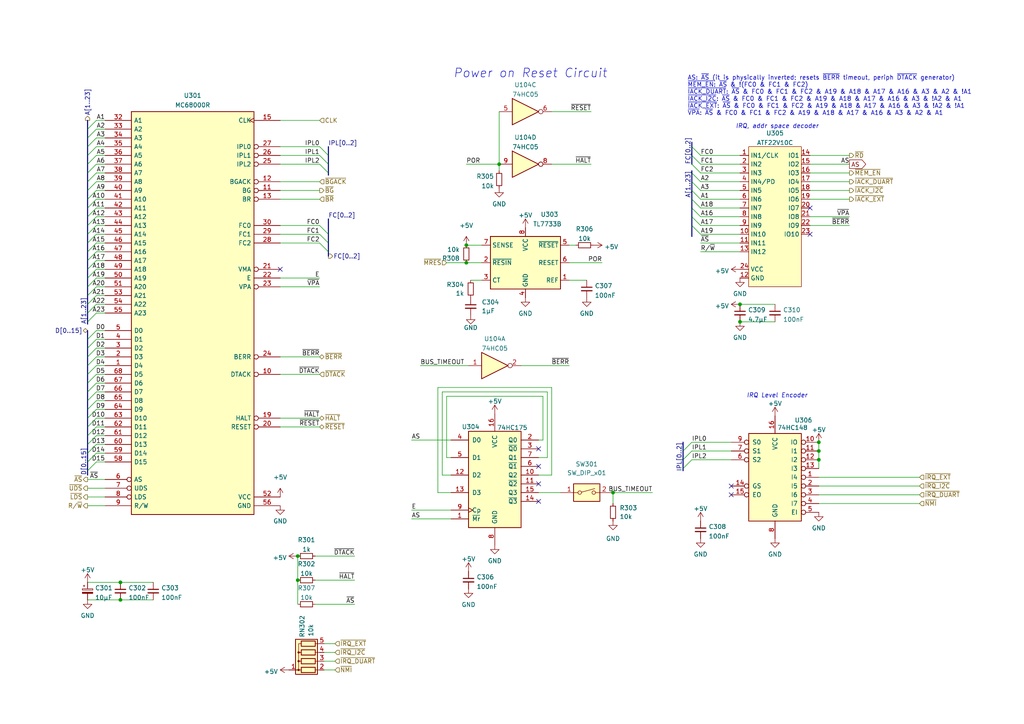
<source format=kicad_sch>
(kicad_sch (version 20211123) (generator eeschema)
  (paper "A4")
  (title_block (title "68komputer CPU Board") (date "2022-01-09") (rev "2") (company "Tristan Seifert") (comment 1 "~{MEM_EN} indicates the current CPU access (based on function codes) is for memory"))
  (lib_symbols
    (symbol "68komputer-common:ATF22V10C"
      (property "Reference" "U" (at 0 3.81 0))
      (property "Value" "ATF22V10C" (at 0 1.27 0))
      (symbol "ATF22V10C_0_1"
        (rectangle (start -7.62 0) (end 7.62 -40.64) (stroke (width 0.1524)) (fill (type background)))
      )
      (symbol "ATF22V10C_1_1"
        (pin input line (at -10.16 -2.54 0) (length 2.54) (name "IN1/CLK") (number "1"))
        (pin input line (at -10.16 -25.4 0) (length 2.54) (name "IN10") (number "10"))
        (pin input line (at -10.16 -27.94 0) (length 2.54) (name "IN11") (number "11"))
        (pin power_in line (at -10.16 -38.1 0) (length 2.54) (name "GND") (number "12"))
        (pin input line (at -10.16 -30.48 0) (length 2.54) (name "IN12") (number "13"))
        (pin bidirectional line (at 10.16 -2.54 180) (length 2.54) (name "IO1") (number "14"))
        (pin bidirectional line (at 10.16 -5.08 180) (length 2.54) (name "IO2") (number "15"))
        (pin bidirectional line (at 10.16 -7.62 180) (length 2.54) (name "IO3") (number "16"))
        (pin bidirectional line (at 10.16 -10.16 180) (length 2.54) (name "IO4") (number "17"))
        (pin bidirectional line (at 10.16 -12.7 180) (length 2.54) (name "IO5") (number "18"))
        (pin bidirectional line (at 10.16 -15.24 180) (length 2.54) (name "IO6") (number "19"))
        (pin input line (at -10.16 -5.08 0) (length 2.54) (name "IN2") (number "2"))
        (pin bidirectional line (at 10.16 -17.78 180) (length 2.54) (name "IO7") (number "20"))
        (pin bidirectional line (at 10.16 -20.32 180) (length 2.54) (name "IO8") (number "21"))
        (pin bidirectional line (at 10.16 -22.86 180) (length 2.54) (name "IO9") (number "22"))
        (pin bidirectional line (at 10.16 -25.4 180) (length 2.54) (name "IO10") (number "23"))
        (pin power_in line (at -10.16 -35.56 0) (length 2.54) (name "VCC") (number "24"))
        (pin input line (at -10.16 -7.62 0) (length 2.54) (name "IN3") (number "3"))
        (pin input line (at -10.16 -10.16 0) (length 2.54) (name "IN4/PD") (number "4"))
        (pin input line (at -10.16 -12.7 0) (length 2.54) (name "IN5") (number "5"))
        (pin input line (at -10.16 -15.24 0) (length 2.54) (name "IN6") (number "6"))
        (pin input line (at -10.16 -17.78 0) (length 2.54) (name "IN7") (number "7"))
        (pin input line (at -10.16 -20.32 0) (length 2.54) (name "IN8") (number "8"))
        (pin input line (at -10.16 -22.86 0) (length 2.54) (name "IN9") (number "9"))
      )
    )
    (symbol "68komputer-common:MC68000FN" (pin_names (offset 0.762))
      (property "Reference" "U" (at 0 62.23 0))
      (property "Value" "MC68000FN" (at 0 59.69 0))
      (symbol "MC68000FN_0_1"
        (rectangle (start -17.78 58.42) (end 17.78 -58.42) (stroke (width 0.254)) (fill (type background)))
      )
      (symbol "MC68000FN_1_1"
        (pin bidirectional line (at 25.4 -15.24 180) (length 7.62) (name "D4") (number "1"))
        (pin input inverted (at -25.4 -17.78 0) (length 7.62) (name "DTACK") (number "10"))
        (pin output inverted (at -25.4 35.56 0) (length 7.62) (name "BG") (number "11"))
        (pin input inverted (at -25.4 38.1 0) (length 7.62) (name "BGACK") (number "12"))
        (pin input inverted (at -25.4 33.02 0) (length 7.62) (name "BR") (number "13"))
        (pin power_in line (at -25.4 -53.34 0) (length 7.62) hide (name "VCC") (number "14"))
        (pin input clock (at -25.4 55.88 0) (length 7.62) (name "CLK") (number "15"))
        (pin power_in line (at -25.4 -55.88 0) (length 7.62) hide (name "GND") (number "16"))
        (pin power_in line (at -25.4 -55.88 0) (length 7.62) hide (name "GND") (number "17"))
        (pin no_connect line (at -17.78 -38.1 0) (length 0) hide (name "NC") (number "18"))
        (pin bidirectional inverted (at -25.4 -30.48 0) (length 7.62) (name "HALT") (number "19"))
        (pin bidirectional line (at 25.4 -12.7 180) (length 7.62) (name "D3") (number "2"))
        (pin input inverted (at -25.4 -33.02 0) (length 7.62) (name "RESET") (number "20"))
        (pin output inverted (at -25.4 12.7 0) (length 7.62) (name "VMA") (number "21"))
        (pin output line (at -25.4 10.16 0) (length 7.62) (name "E") (number "22"))
        (pin input inverted (at -25.4 7.62 0) (length 7.62) (name "VPA") (number "23"))
        (pin input inverted (at -25.4 -12.7 0) (length 7.62) (name "BERR") (number "24"))
        (pin input inverted (at -25.4 43.18 0) (length 7.62) (name "IPL2") (number "25"))
        (pin input inverted (at -25.4 45.72 0) (length 7.62) (name "IPL1") (number "26"))
        (pin input inverted (at -25.4 48.26 0) (length 7.62) (name "IPL0") (number "27"))
        (pin tri_state line (at -25.4 20.32 0) (length 7.62) (name "FC2") (number "28"))
        (pin tri_state line (at -25.4 22.86 0) (length 7.62) (name "FC1") (number "29"))
        (pin bidirectional line (at 25.4 -10.16 180) (length 7.62) (name "D2") (number "3"))
        (pin tri_state line (at -25.4 25.4 0) (length 7.62) (name "FC0") (number "30"))
        (pin no_connect line (at -17.78 -40.64 0) (length 0) hide (name "NC") (number "31"))
        (pin tri_state line (at 25.4 55.88 180) (length 7.62) (name "A1") (number "32"))
        (pin tri_state line (at 25.4 53.34 180) (length 7.62) (name "A2") (number "33"))
        (pin tri_state line (at 25.4 50.8 180) (length 7.62) (name "A3") (number "34"))
        (pin tri_state line (at 25.4 48.26 180) (length 7.62) (name "A4") (number "35"))
        (pin tri_state line (at 25.4 45.72 180) (length 7.62) (name "A5") (number "36"))
        (pin tri_state line (at 25.4 43.18 180) (length 7.62) (name "A6") (number "37"))
        (pin tri_state line (at 25.4 40.64 180) (length 7.62) (name "A7") (number "38"))
        (pin tri_state line (at 25.4 38.1 180) (length 7.62) (name "A8") (number "39"))
        (pin bidirectional line (at 25.4 -7.62 180) (length 7.62) (name "D1") (number "4"))
        (pin tri_state line (at 25.4 35.56 180) (length 7.62) (name "A9") (number "40"))
        (pin tri_state line (at 25.4 33.02 180) (length 7.62) (name "A10") (number "41"))
        (pin tri_state line (at 25.4 30.48 180) (length 7.62) (name "A11") (number "42"))
        (pin tri_state line (at 25.4 27.94 180) (length 7.62) (name "A12") (number "43"))
        (pin tri_state line (at 25.4 25.4 180) (length 7.62) (name "A13") (number "44"))
        (pin tri_state line (at 25.4 22.86 180) (length 7.62) (name "A14") (number "45"))
        (pin tri_state line (at 25.4 20.32 180) (length 7.62) (name "A15") (number "46"))
        (pin tri_state line (at 25.4 17.78 180) (length 7.62) (name "A16") (number "47"))
        (pin tri_state line (at 25.4 15.24 180) (length 7.62) (name "A17") (number "48"))
        (pin tri_state line (at 25.4 12.7 180) (length 7.62) (name "A18") (number "49"))
        (pin bidirectional line (at 25.4 -5.08 180) (length 7.62) (name "D0") (number "5"))
        (pin tri_state line (at 25.4 10.16 180) (length 7.62) (name "A19") (number "50"))
        (pin tri_state line (at 25.4 7.62 180) (length 7.62) (name "A20") (number "51"))
        (pin power_in line (at -25.4 -53.34 0) (length 7.62) (name "VCC") (number "52"))
        (pin tri_state line (at 25.4 5.08 180) (length 7.62) (name "A21") (number "53"))
        (pin tri_state line (at 25.4 2.54 180) (length 7.62) (name "A22") (number "54"))
        (pin tri_state line (at 25.4 0 180) (length 7.62) (name "A23") (number "55"))
        (pin power_in line (at -25.4 -55.88 0) (length 7.62) (name "GND") (number "56"))
        (pin power_in line (at -25.4 -55.88 0) (length 7.62) hide (name "GND") (number "57"))
        (pin bidirectional line (at 25.4 -43.18 180) (length 7.62) (name "D15") (number "58"))
        (pin bidirectional line (at 25.4 -40.64 180) (length 7.62) (name "D14") (number "59"))
        (pin tri_state inverted (at 25.4 -48.26 180) (length 7.62) (name "AS") (number "6"))
        (pin bidirectional line (at 25.4 -38.1 180) (length 7.62) (name "D13") (number "60"))
        (pin bidirectional line (at 25.4 -35.56 180) (length 7.62) (name "D12") (number "61"))
        (pin bidirectional line (at 25.4 -33.02 180) (length 7.62) (name "D11") (number "62"))
        (pin bidirectional line (at 25.4 -30.48 180) (length 7.62) (name "D10") (number "63"))
        (pin bidirectional line (at 25.4 -27.94 180) (length 7.62) (name "D9") (number "64"))
        (pin bidirectional line (at 25.4 -25.4 180) (length 7.62) (name "D8") (number "65"))
        (pin bidirectional line (at 25.4 -22.86 180) (length 7.62) (name "D7") (number "66"))
        (pin bidirectional line (at 25.4 -20.32 180) (length 7.62) (name "D6") (number "67"))
        (pin bidirectional line (at 25.4 -17.78 180) (length 7.62) (name "D5") (number "68"))
        (pin tri_state inverted (at 25.4 -50.8 180) (length 7.62) (name "UDS") (number "7"))
        (pin tri_state inverted (at 25.4 -53.34 180) (length 7.62) (name "LDS") (number "8"))
        (pin tri_state line (at 25.4 -55.88 180) (length 7.62) (name "R/W") (number "9"))
      )
    )
    (symbol "74xx:74LS05" (pin_names (offset 1.016))
      (property "Reference" "U" (at 0 1.27 0))
      (property "Value" "74LS05" (at 0 -1.27 0))
      (symbol "74LS05_1_0"
        (polyline (pts (xy -3.81 3.81) (xy -3.81 -3.81) (xy 3.81 0) (xy -3.81 3.81)) (stroke (width 0.254)) (fill (type background)))
        (pin input line (at -7.62 0 0) (length 3.81) (name "~") (number "1"))
        (pin open_collector inverted (at 7.62 0 180) (length 3.81) (name "~") (number "2"))
      )
      (symbol "74LS05_2_0"
        (polyline (pts (xy -3.81 3.81) (xy -3.81 -3.81) (xy 3.81 0) (xy -3.81 3.81)) (stroke (width 0.254)) (fill (type background)))
        (pin input line (at -7.62 0 0) (length 3.81) (name "~") (number "3"))
        (pin open_collector inverted (at 7.62 0 180) (length 3.81) (name "~") (number "4"))
      )
      (symbol "74LS05_3_0"
        (polyline (pts (xy -3.81 3.81) (xy -3.81 -3.81) (xy 3.81 0) (xy -3.81 3.81)) (stroke (width 0.254)) (fill (type background)))
        (pin input line (at -7.62 0 0) (length 3.81) (name "~") (number "5"))
        (pin open_collector inverted (at 7.62 0 180) (length 3.81) (name "~") (number "6"))
      )
      (symbol "74LS05_4_0"
        (polyline (pts (xy -3.81 3.81) (xy -3.81 -3.81) (xy 3.81 0) (xy -3.81 3.81)) (stroke (width 0.254)) (fill (type background)))
        (pin open_collector inverted (at 7.62 0 180) (length 3.81) (name "~") (number "8"))
        (pin input line (at -7.62 0 0) (length 3.81) (name "~") (number "9"))
      )
      (symbol "74LS05_5_0"
        (polyline (pts (xy -3.81 3.81) (xy -3.81 -3.81) (xy 3.81 0) (xy -3.81 3.81)) (stroke (width 0.254)) (fill (type background)))
        (pin open_collector inverted (at 7.62 0 180) (length 3.81) (name "~") (number "10"))
        (pin input line (at -7.62 0 0) (length 3.81) (name "~") (number "11"))
      )
      (symbol "74LS05_6_0"
        (polyline (pts (xy -3.81 3.81) (xy -3.81 -3.81) (xy 3.81 0) (xy -3.81 3.81)) (stroke (width 0.254)) (fill (type background)))
        (pin open_collector inverted (at 7.62 0 180) (length 3.81) (name "~") (number "12"))
        (pin input line (at -7.62 0 0) (length 3.81) (name "~") (number "13"))
      )
      (symbol "74LS05_7_0"
        (pin power_in line (at 0 12.7 270) (length 5.08) (name "VCC") (number "14"))
        (pin power_in line (at 0 -12.7 90) (length 5.08) (name "GND") (number "7"))
      )
      (symbol "74LS05_7_1"
        (rectangle (start -5.08 7.62) (end 5.08 -7.62) (stroke (width 0.254)) (fill (type background)))
      )
    )
    (symbol "74xx:74LS148" (pin_names (offset 1.016))
      (property "Reference" "U" (at -7.62 13.97 0))
      (property "Value" "74LS148" (at -7.62 -13.97 0))
      (symbol "74LS148_1_0"
        (pin input inverted (at -12.7 0 0) (length 5.08) (name "I4") (number "1"))
        (pin input inverted (at -12.7 10.16 0) (length 5.08) (name "IO") (number "10"))
        (pin input inverted (at -12.7 7.62 0) (length 5.08) (name "I1") (number "11"))
        (pin input inverted (at -12.7 5.08 0) (length 5.08) (name "I2") (number "12"))
        (pin input inverted (at -12.7 2.54 0) (length 5.08) (name "I3") (number "13"))
        (pin output inverted (at 12.7 -2.54 180) (length 5.08) (name "GS") (number "14"))
        (pin output inverted (at 12.7 -5.08 180) (length 5.08) (name "EO") (number "15"))
        (pin power_in line (at 0 17.78 270) (length 5.08) (name "VCC") (number "16"))
        (pin input inverted (at -12.7 -2.54 0) (length 5.08) (name "I5") (number "2"))
        (pin input inverted (at -12.7 -5.08 0) (length 5.08) (name "I6") (number "3"))
        (pin input inverted (at -12.7 -7.62 0) (length 5.08) (name "I7") (number "4"))
        (pin input inverted (at -12.7 -10.16 0) (length 5.08) (name "EI") (number "5"))
        (pin output inverted (at 12.7 5.08 180) (length 5.08) (name "S2") (number "6"))
        (pin output inverted (at 12.7 7.62 180) (length 5.08) (name "S1") (number "7"))
        (pin power_in line (at 0 -17.78 90) (length 5.08) (name "GND") (number "8"))
        (pin output inverted (at 12.7 10.16 180) (length 5.08) (name "S0") (number "9"))
      )
      (symbol "74LS148_1_1"
        (rectangle (start -7.62 12.7) (end 7.62 -12.7) (stroke (width 0.254)) (fill (type background)))
      )
    )
    (symbol "74xx:74LS175" (pin_names (offset 1.016))
      (property "Reference" "U" (at -7.62 13.97 0))
      (property "Value" "74LS175" (at -7.62 -16.51 0))
      (symbol "74LS175_1_0"
        (pin input line (at -12.7 -12.7 0) (length 5.08) (name "~{Mr}") (number "1"))
        (pin output line (at 12.7 0 180) (length 5.08) (name "Q2") (number "10"))
        (pin output line (at 12.7 -2.54 180) (length 5.08) (name "~{Q2}") (number "11"))
        (pin input line (at -12.7 0 0) (length 5.08) (name "D2") (number "12"))
        (pin input line (at -12.7 -5.08 0) (length 5.08) (name "D3") (number "13"))
        (pin output line (at 12.7 -7.62 180) (length 5.08) (name "~{Q3}") (number "14"))
        (pin output line (at 12.7 -5.08 180) (length 5.08) (name "Q3") (number "15"))
        (pin power_in line (at 0 17.78 270) (length 5.08) (name "VCC") (number "16"))
        (pin output line (at 12.7 10.16 180) (length 5.08) (name "Q0") (number "2"))
        (pin output line (at 12.7 7.62 180) (length 5.08) (name "~{Q0}") (number "3"))
        (pin input line (at -12.7 10.16 0) (length 5.08) (name "D0") (number "4"))
        (pin input line (at -12.7 5.08 0) (length 5.08) (name "D1") (number "5"))
        (pin output line (at 12.7 2.54 180) (length 5.08) (name "~{Q1}") (number "6"))
        (pin output line (at 12.7 5.08 180) (length 5.08) (name "Q1") (number "7"))
        (pin power_in line (at 0 -20.32 90) (length 5.08) (name "GND") (number "8"))
        (pin input clock (at -12.7 -10.16 0) (length 5.08) (name "Cp") (number "9"))
      )
      (symbol "74LS175_1_1"
        (rectangle (start -7.62 12.7) (end 7.62 -15.24) (stroke (width 0.254)) (fill (type background)))
      )
    )
    (symbol "Device:C_Polarized_Small" (pin_numbers hide) (pin_names (offset 0.254) hide)
      (property "Reference" "C" (at 0.254 1.778 0))
      (property "Value" "C_Polarized_Small" (at 0.254 -2.032 0))
      (symbol "C_Polarized_Small_0_1"
        (rectangle (start -1.524 -0.3048) (end 1.524 -0.6858) (fill (type outline)))
        (rectangle (start -1.524 0.6858) (end 1.524 0.3048))
        (polyline (pts (xy -1.27 1.524) (xy -0.762 1.524)))
        (polyline (pts (xy -1.016 1.27) (xy -1.016 1.778)))
      )
      (symbol "C_Polarized_Small_1_1"
        (pin passive line (at 0 2.54 270) (length 1.8542) (name "~") (number "1"))
        (pin passive line (at 0 -2.54 90) (length 1.8542) (name "~") (number "2"))
      )
    )
    (symbol "Device:C_Small" (pin_numbers hide) (pin_names (offset 0.254) hide)
      (property "Reference" "C" (at 0.254 1.778 0))
      (property "Value" "C_Small" (at 0.254 -2.032 0))
      (symbol "C_Small_0_1"
        (polyline (pts (xy -1.524 -0.508) (xy 1.524 -0.508)) (stroke (width 0.3302)))
        (polyline (pts (xy -1.524 0.508) (xy 1.524 0.508)) (stroke (width 0.3048)))
      )
      (symbol "C_Small_1_1"
        (pin passive line (at 0 2.54 270) (length 2.032) (name "~") (number "1"))
        (pin passive line (at 0 -2.54 90) (length 2.032) (name "~") (number "2"))
      )
    )
    (symbol "Device:R_Network04" (pin_names (offset 0) hide)
      (property "Reference" "RN" (at -7.62 0 90))
      (property "Value" "R_Network04" (at 5.08 0 90))
      (symbol "R_Network04_0_1"
        (rectangle (start -6.35 -3.175) (end 3.81 3.175) (stroke (width 0.254)) (fill (type background)))
        (rectangle (start -5.842 1.524) (end -4.318 -2.54) (stroke (width 0.254)))
        (circle (center -5.08 2.286) (radius 0.254) (fill (type outline)))
        (rectangle (start -3.302 1.524) (end -1.778 -2.54) (stroke (width 0.254)))
        (circle (center -2.54 2.286) (radius 0.254) (fill (type outline)))
        (rectangle (start -0.762 1.524) (end 0.762 -2.54) (stroke (width 0.254)))
        (polyline (pts (xy -5.08 -2.54) (xy -5.08 -3.81)))
        (polyline (pts (xy -2.54 -2.54) (xy -2.54 -3.81)))
        (polyline (pts (xy 0 -2.54) (xy 0 -3.81)))
        (polyline (pts (xy 2.54 -2.54) (xy 2.54 -3.81)))
        (polyline (pts (xy -5.08 1.524) (xy -5.08 2.286) (xy -2.54 2.286) (xy -2.54 1.524)))
        (polyline (pts (xy -2.54 1.524) (xy -2.54 2.286) (xy 0 2.286) (xy 0 1.524)))
        (polyline (pts (xy 0 1.524) (xy 0 2.286) (xy 2.54 2.286) (xy 2.54 1.524)))
        (circle (center 0 2.286) (radius 0.254) (fill (type outline)))
        (rectangle (start 1.778 1.524) (end 3.302 -2.54) (stroke (width 0.254)))
      )
      (symbol "R_Network04_1_1"
        (pin passive line (at -5.08 5.08 270) (length 2.54) (name "common") (number "1"))
        (pin passive line (at -5.08 -5.08 90) (length 1.27) (name "R1") (number "2"))
        (pin passive line (at -2.54 -5.08 90) (length 1.27) (name "R2") (number "3"))
        (pin passive line (at 0 -5.08 90) (length 1.27) (name "R3") (number "4"))
        (pin passive line (at 2.54 -5.08 90) (length 1.27) (name "R4") (number "5"))
      )
    )
    (symbol "Device:R_Small" (pin_numbers hide) (pin_names (offset 0.254) hide)
      (property "Reference" "R" (at 0.762 0.508 0))
      (property "Value" "R_Small" (at 0.762 -1.016 0))
      (symbol "R_Small_0_1"
        (rectangle (start -0.762 1.778) (end 0.762 -1.778) (stroke (width 0.2032)))
      )
      (symbol "R_Small_1_1"
        (pin passive line (at 0 2.54 270) (length 0.762) (name "~") (number "1"))
        (pin passive line (at 0 -2.54 90) (length 0.762) (name "~") (number "2"))
      )
    )
    (symbol "Power_Supervisor:TL7733B"
      (property "Reference" "U" (at -8.89 8.89 0))
      (property "Value" "TL7733B" (at 10.16 8.89 0))
      (symbol "TL7733B_0_1"
        (rectangle (start -10.16 7.62) (end 10.16 -7.62) (stroke (width 0.254)) (fill (type background)))
      )
      (symbol "TL7733B_1_1"
        (pin output line (at 12.7 -5.08 180) (length 2.54) (name "REF") (number "1"))
        (pin input line (at -12.7 0 0) (length 2.54) (name "~{RESIN}") (number "2"))
        (pin passive line (at -12.7 -5.08 0) (length 2.54) (name "CT") (number "3"))
        (pin power_in line (at 0 -10.16 90) (length 2.54) (name "GND") (number "4"))
        (pin open_collector line (at 12.7 5.08 180) (length 2.54) (name "~{RESET}") (number "5"))
        (pin open_collector line (at 12.7 0 180) (length 2.54) (name "RESET") (number "6"))
        (pin input line (at -12.7 5.08 0) (length 2.54) (name "SENSE") (number "7"))
        (pin power_in line (at 0 10.16 270) (length 2.54) (name "VCC") (number "8"))
      )
    )
    (symbol "Switch:SW_DIP_x01" (pin_names (offset 0) hide)
      (property "Reference" "SW" (at 0 3.81 0))
      (property "Value" "SW_DIP_x01" (at 0 -3.81 0))
      (symbol "SW_DIP_x01_0_0"
        (circle (center -2.032 0) (radius 0.508))
        (polyline (pts (xy -1.524 0.127) (xy 2.3622 1.1684)))
        (circle (center 2.032 0) (radius 0.508))
      )
      (symbol "SW_DIP_x01_0_1"
        (rectangle (start -3.81 2.54) (end 3.81 -2.54) (stroke (width 0.254)) (fill (type background)))
      )
      (symbol "SW_DIP_x01_1_1"
        (pin passive line (at -7.62 0 0) (length 5.08) (name "~") (number "1"))
        (pin passive line (at 7.62 0 180) (length 5.08) (name "~") (number "2"))
      )
    )
    (symbol "power:+5V" (power) (pin_names (offset 0))
      (property "Value" "+5V" (at 0 3.556 0))
      (symbol "+5V_0_1"
        (polyline (pts (xy -0.762 1.27) (xy 0 2.54)))
        (polyline (pts (xy 0 0) (xy 0 2.54)))
        (polyline (pts (xy 0 2.54) (xy 0.762 1.27)))
      )
      (symbol "+5V_1_1"
        (pin power_in line (at 0 0 90) (length 0) hide (name "+5V") (number "1"))
      )
    )
    (symbol "power:GND" (power) (pin_names (offset 0))
      (property "Value" "GND" (at 0 -3.81 0))
      (symbol "GND_0_1"
        (polyline (pts (xy 0 0) (xy 0 -1.27) (xy 1.27 -1.27) (xy 0 -2.54) (xy -1.27 -1.27) (xy 0 -1.27)))
      )
      (symbol "GND_1_1"
        (pin power_in line (at 0 0 270) (length 0) hide (name "GND") (number "1"))
      )
    )
  )
  (junction (at 135.255 76.2))
  (junction (at 237.49 130.81))
  (junction (at 237.49 133.35))
  (junction (at 237.49 128.27))
  (junction (at 135.255 71.12))
  (junction (at 34.925 173.99))
  (junction (at 214.63 88.265))
  (junction (at 86.36 161.29))
  (junction (at 214.63 93.345))
  (junction (at 34.925 168.91))
  (junction (at 86.36 168.275))
  (junction (at 177.8 142.875))
  (junction (at 144.78 47.625))
  (no_connect (at 156.21 140.335))
  (no_connect (at 156.21 135.255))
  (no_connect (at 156.21 130.175))
  (no_connect (at 156.21 145.415))
  (no_connect (at 234.95 67.945))
  (no_connect (at 212.09 143.51))
  (no_connect (at 212.09 140.97))
  (no_connect (at 234.95 60.325))
  (no_connect (at 81.28 78.105))
  (bus_entry (at 200.66 55.245) (size 2.54 2.54))
  (bus_entry (at 25.4 60.325) (size 2.54 -2.54))
  (bus_entry (at 25.4 98.425) (size 2.54 -2.54))
  (bus_entry (at 200.66 128.27) (size -2.54 2.54))
  (bus_entry (at 25.4 47.625) (size 2.54 -2.54))
  (bus_entry (at 25.4 103.505) (size 2.54 -2.54))
  (bus_entry (at 200.66 130.81) (size -2.54 2.54))
  (bus_entry (at 25.4 113.665) (size 2.54 -2.54))
  (bus_entry (at 25.4 70.485) (size 2.54 -2.54))
  (bus_entry (at 25.4 136.525) (size 2.54 -2.54))
  (bus_entry (at 25.4 116.205) (size 2.54 -2.54))
  (bus_entry (at 25.4 133.985) (size 2.54 -2.54))
  (bus_entry (at 200.66 60.325) (size 2.54 2.54))
  (bus_entry (at 25.4 123.825) (size 2.54 -2.54))
  (bus_entry (at 200.66 52.705) (size 2.54 2.54))
  (bus_entry (at 200.66 45.085) (size 2.54 2.54))
  (bus_entry (at 200.66 47.625) (size 2.54 2.54))
  (bus_entry (at 200.66 42.545) (size 2.54 2.54))
  (bus_entry (at 25.4 88.265) (size 2.54 -2.54))
  (bus_entry (at 25.4 52.705) (size 2.54 -2.54))
  (bus_entry (at 200.66 65.405) (size 2.54 2.54))
  (bus_entry (at 25.4 93.345) (size 2.54 -2.54))
  (bus_entry (at 25.4 50.165) (size 2.54 -2.54))
  (bus_entry (at 25.4 62.865) (size 2.54 -2.54))
  (bus_entry (at 25.4 131.445) (size 2.54 -2.54))
  (bus_entry (at 25.4 78.105) (size 2.54 -2.54))
  (bus_entry (at 92.71 67.945) (size 2.54 2.54))
  (bus_entry (at 92.71 70.485) (size 2.54 2.54))
  (bus_entry (at 92.71 65.405) (size 2.54 2.54))
  (bus_entry (at 25.4 67.945) (size 2.54 -2.54))
  (bus_entry (at 25.4 73.025) (size 2.54 -2.54))
  (bus_entry (at 25.4 65.405) (size 2.54 -2.54))
  (bus_entry (at 25.4 57.785) (size 2.54 -2.54))
  (bus_entry (at 25.4 85.725) (size 2.54 -2.54))
  (bus_entry (at 25.4 121.285) (size 2.54 -2.54))
  (bus_entry (at 25.4 111.125) (size 2.54 -2.54))
  (bus_entry (at 25.4 108.585) (size 2.54 -2.54))
  (bus_entry (at 25.4 118.745) (size 2.54 -2.54))
  (bus_entry (at 25.4 90.805) (size 2.54 -2.54))
  (bus_entry (at 25.4 45.085) (size 2.54 -2.54))
  (bus_entry (at 25.4 106.045) (size 2.54 -2.54))
  (bus_entry (at 200.66 133.35) (size -2.54 2.54))
  (bus_entry (at 200.66 62.865) (size 2.54 2.54))
  (bus_entry (at 25.4 83.185) (size 2.54 -2.54))
  (bus_entry (at 25.4 55.245) (size 2.54 -2.54))
  (bus_entry (at 25.4 100.965) (size 2.54 -2.54))
  (bus_entry (at 25.4 126.365) (size 2.54 -2.54))
  (bus_entry (at 25.4 80.645) (size 2.54 -2.54))
  (bus_entry (at 92.71 47.625) (size 2.54 2.54))
  (bus_entry (at 92.71 42.545) (size 2.54 2.54))
  (bus_entry (at 92.71 45.085) (size 2.54 2.54))
  (bus_entry (at 25.4 40.005) (size 2.54 -2.54))
  (bus_entry (at 25.4 42.545) (size 2.54 -2.54))
  (bus_entry (at 25.4 37.465) (size 2.54 -2.54))
  (bus_entry (at 25.4 75.565) (size 2.54 -2.54))
  (bus_entry (at 25.4 128.905) (size 2.54 -2.54))
  (bus_entry (at 200.66 50.165) (size 2.54 2.54))
  (bus_entry (at 200.66 57.785) (size 2.54 2.54))
  (wire (pts (xy 81.28 108.585) (xy 92.71 108.585)))
  (wire (pts (xy 129.54 76.2) (xy 135.255 76.2)))
  (wire (pts (xy 234.95 62.865) (xy 246.38 62.865)))
  (wire (pts (xy 234.95 57.785) (xy 246.38 57.785)))
  (wire (pts (xy 81.28 70.485) (xy 92.71 70.485)))
  (wire (pts (xy 237.49 138.43) (xy 266.7 138.43)))
  (wire (pts (xy 27.94 133.985) (xy 30.48 133.985)))
  (wire (pts (xy 27.94 126.365) (xy 30.48 126.365)))
  (bus (pts (xy 200.66 45.085) (xy 200.66 47.625)))
  (wire (pts (xy 27.94 40.005) (xy 30.48 40.005)))
  (bus (pts (xy 198.12 130.81) (xy 198.12 133.35)))
  (bus (pts (xy 198.12 135.89) (xy 198.12 136.525)))
  (bus (pts (xy 198.12 133.35) (xy 198.12 135.89)))
  (bus (pts (xy 198.12 128.27) (xy 198.12 130.81)))
  (wire (pts (xy 177.8 142.875) (xy 189.23 142.875)))
  (wire (pts (xy 234.95 55.245) (xy 246.38 55.245)))
  (wire (pts (xy 91.44 168.275) (xy 102.87 168.275)))
  (wire (pts (xy 27.94 75.565) (xy 30.48 75.565)))
  (wire (pts (xy 203.2 57.785) (xy 214.63 57.785)))
  (wire (pts (xy 119.38 127.635) (xy 130.81 127.635)))
  (bus (pts (xy 95.25 47.625) (xy 95.25 50.165)))
  (bus (pts (xy 95.25 45.085) (xy 95.25 47.625)))
  (bus (pts (xy 95.25 50.165) (xy 95.25 50.8)))
  (bus (pts (xy 95.25 42.545) (xy 95.25 45.085)))
  (bus (pts (xy 25.4 75.565) (xy 25.4 78.105)))
  (bus (pts (xy 25.4 73.025) (xy 25.4 75.565)))
  (bus (pts (xy 25.4 62.865) (xy 25.4 65.405)))
  (bus (pts (xy 25.4 60.325) (xy 25.4 62.865)))
  (bus (pts (xy 25.4 70.485) (xy 25.4 73.025)))
  (bus (pts (xy 25.4 67.945) (xy 25.4 70.485)))
  (bus (pts (xy 25.4 65.405) (xy 25.4 67.945)))
  (bus (pts (xy 25.4 34.925) (xy 25.4 37.465)))
  (bus (pts (xy 25.4 55.245) (xy 25.4 57.785)))
  (bus (pts (xy 25.4 52.705) (xy 25.4 55.245)))
  (bus (pts (xy 25.4 40.005) (xy 25.4 42.545)))
  (bus (pts (xy 25.4 37.465) (xy 25.4 40.005)))
  (bus (pts (xy 25.4 42.545) (xy 25.4 45.085)))
  (bus (pts (xy 25.4 45.085) (xy 25.4 47.625)))
  (bus (pts (xy 25.4 57.785) (xy 25.4 60.325)))
  (bus (pts (xy 25.4 50.165) (xy 25.4 52.705)))
  (bus (pts (xy 25.4 47.625) (xy 25.4 50.165)))
  (bus (pts (xy 25.4 88.265) (xy 25.4 90.805)))
  (bus (pts (xy 25.4 85.725) (xy 25.4 88.265)))
  (bus (pts (xy 25.4 78.105) (xy 25.4 80.645)))
  (bus (pts (xy 25.4 80.645) (xy 25.4 83.185)))
  (bus (pts (xy 25.4 90.805) (xy 25.4 93.345)))
  (bus (pts (xy 25.4 93.345) (xy 25.4 93.98)))
  (bus (pts (xy 25.4 83.185) (xy 25.4 85.725)))
  (wire (pts (xy 81.28 121.285) (xy 92.71 121.285)))
  (wire (pts (xy 27.94 67.945) (xy 30.48 67.945)))
  (bus (pts (xy 200.66 55.245) (xy 200.66 57.785)))
  (bus (pts (xy 200.66 57.785) (xy 200.66 60.325)))
  (bus (pts (xy 200.66 52.705) (xy 200.66 55.245)))
  (bus (pts (xy 200.66 50.165) (xy 200.66 52.705)))
  (bus (pts (xy 200.66 65.405) (xy 200.66 68.58)))
  (bus (pts (xy 200.66 62.865) (xy 200.66 65.405)))
  (bus (pts (xy 200.66 60.325) (xy 200.66 62.865)))
  (wire (pts (xy 27.94 47.625) (xy 30.48 47.625)))
  (wire (pts (xy 203.2 62.865) (xy 214.63 62.865)))
  (wire (pts (xy 27.94 121.285) (xy 30.48 121.285)))
  (wire (pts (xy 27.94 118.745) (xy 30.48 118.745)))
  (wire (pts (xy 27.94 106.045) (xy 30.48 106.045)))
  (wire (pts (xy 135.255 71.12) (xy 139.7 71.12)))
  (wire (pts (xy 27.94 83.185) (xy 30.48 83.185)))
  (wire (pts (xy 177.8 142.875) (xy 177.8 146.05)))
  (wire (pts (xy 25.4 139.065) (xy 30.48 139.065)))
  (wire (pts (xy 81.28 57.785) (xy 92.71 57.785)))
  (wire (pts (xy 234.95 65.405) (xy 246.38 65.405)))
  (bus (pts (xy 25.4 98.425) (xy 25.4 100.965)))
  (bus (pts (xy 25.4 100.965) (xy 25.4 103.505)))
  (bus (pts (xy 25.4 103.505) (xy 25.4 106.045)))
  (bus (pts (xy 25.4 113.665) (xy 25.4 116.205)))
  (bus (pts (xy 25.4 111.125) (xy 25.4 113.665)))
  (bus (pts (xy 25.4 106.045) (xy 25.4 108.585)))
  (bus (pts (xy 25.4 108.585) (xy 25.4 111.125)))
  (bus (pts (xy 25.4 95.885) (xy 25.4 98.425)))
  (bus (pts (xy 25.4 136.525) (xy 25.4 137.795)))
  (bus (pts (xy 25.4 133.985) (xy 25.4 136.525)))
  (bus (pts (xy 25.4 131.445) (xy 25.4 133.985)))
  (bus (pts (xy 25.4 128.905) (xy 25.4 131.445)))
  (bus (pts (xy 25.4 116.205) (xy 25.4 118.745)))
  (bus (pts (xy 25.4 118.745) (xy 25.4 121.285)))
  (bus (pts (xy 25.4 121.285) (xy 25.4 123.825)))
  (bus (pts (xy 25.4 123.825) (xy 25.4 126.365)))
  (bus (pts (xy 25.4 126.365) (xy 25.4 128.905)))
  (wire (pts (xy 93.98 194.31) (xy 97.155 194.31)))
  (wire (pts (xy 27.94 85.725) (xy 30.48 85.725)))
  (wire (pts (xy 212.09 130.81) (xy 200.66 130.81)))
  (wire (pts (xy 27.94 103.505) (xy 30.48 103.505)))
  (wire (pts (xy 27.94 52.705) (xy 30.48 52.705)))
  (wire (pts (xy 234.95 47.625) (xy 246.38 47.625)))
  (wire (pts (xy 91.44 175.26) (xy 102.87 175.26)))
  (wire (pts (xy 27.94 111.125) (xy 30.48 111.125)))
  (wire (pts (xy 81.28 80.645) (xy 92.71 80.645)))
  (wire (pts (xy 27.94 50.165) (xy 30.48 50.165)))
  (wire (pts (xy 27.94 88.265) (xy 30.48 88.265)))
  (wire (pts (xy 237.49 146.05) (xy 266.7 146.05)))
  (wire (pts (xy 27.94 78.105) (xy 30.48 78.105)))
  (wire (pts (xy 27.94 42.545) (xy 30.48 42.545)))
  (wire (pts (xy 203.2 45.085) (xy 214.63 45.085)))
  (bus (pts (xy 200.66 42.545) (xy 200.66 45.085)))
  (wire (pts (xy 203.2 73.025) (xy 214.63 73.025)))
  (wire (pts (xy 119.38 147.955) (xy 130.81 147.955)))
  (wire (pts (xy 27.94 34.925) (xy 30.48 34.925)))
  (wire (pts (xy 27.94 55.245) (xy 30.48 55.245)))
  (wire (pts (xy 93.98 191.77) (xy 97.155 191.77)))
  (wire (pts (xy 81.28 42.545) (xy 92.71 42.545)))
  (wire (pts (xy 27.94 128.905) (xy 30.48 128.905)))
  (wire (pts (xy 160.02 32.385) (xy 171.45 32.385)))
  (wire (pts (xy 27.94 65.405) (xy 30.48 65.405)))
  (wire (pts (xy 81.28 55.245) (xy 92.71 55.245)))
  (wire (pts (xy 27.94 62.865) (xy 30.48 62.865)))
  (wire (pts (xy 214.63 70.485) (xy 203.2 70.485)))
  (wire (pts (xy 156.21 137.795) (xy 160.02 137.795)))
  (wire (pts (xy 160.02 137.795) (xy 160.02 112.395)))
  (wire (pts (xy 127 142.875) (xy 130.81 142.875)))
  (wire (pts (xy 160.02 112.395) (xy 127 112.395)))
  (wire (pts (xy 127 112.395) (xy 127 142.875)))
  (wire (pts (xy 165.1 81.28) (xy 170.18 81.28)))
  (wire (pts (xy 156.21 132.715) (xy 158.75 132.715)))
  (wire (pts (xy 158.75 132.715) (xy 158.75 113.665)))
  (wire (pts (xy 128.27 137.795) (xy 130.81 137.795)))
  (wire (pts (xy 158.75 113.665) (xy 128.27 113.665)))
  (wire (pts (xy 128.27 113.665) (xy 128.27 137.795)))
  (wire (pts (xy 25.4 173.99) (xy 34.925 173.99)))
  (wire (pts (xy 34.925 173.99) (xy 44.45 173.99)))
  (wire (pts (xy 156.21 142.875) (xy 162.56 142.875)))
  (wire (pts (xy 25.4 141.605) (xy 30.48 141.605)))
  (wire (pts (xy 237.49 140.97) (xy 266.7 140.97)))
  (wire (pts (xy 27.94 73.025) (xy 30.48 73.025)))
  (wire (pts (xy 81.28 67.945) (xy 92.71 67.945)))
  (wire (pts (xy 27.94 131.445) (xy 30.48 131.445)))
  (wire (pts (xy 237.49 128.27) (xy 237.49 130.81)))
  (wire (pts (xy 237.49 130.81) (xy 237.49 133.35)))
  (wire (pts (xy 237.49 133.35) (xy 237.49 135.89)))
  (wire (pts (xy 93.98 186.69) (xy 97.155 186.69)))
  (wire (pts (xy 212.09 133.35) (xy 200.66 133.35)))
  (wire (pts (xy 93.98 189.23) (xy 97.155 189.23)))
  (wire (pts (xy 27.94 95.885) (xy 30.48 95.885)))
  (wire (pts (xy 212.09 128.27) (xy 200.66 128.27)))
  (wire (pts (xy 234.95 52.705) (xy 246.38 52.705)))
  (wire (pts (xy 81.28 47.625) (xy 92.71 47.625)))
  (wire (pts (xy 27.94 100.965) (xy 30.48 100.965)))
  (wire (pts (xy 27.94 90.805) (xy 30.48 90.805)))
  (wire (pts (xy 81.28 83.185) (xy 92.71 83.185)))
  (wire (pts (xy 135.255 76.2) (xy 139.7 76.2)))
  (wire (pts (xy 27.94 113.665) (xy 30.48 113.665)))
  (wire (pts (xy 121.92 106.045) (xy 135.89 106.045)))
  (wire (pts (xy 27.94 116.205) (xy 30.48 116.205)))
  (wire (pts (xy 86.36 161.29) (xy 86.36 168.275)))
  (wire (pts (xy 81.28 45.085) (xy 92.71 45.085)))
  (wire (pts (xy 214.63 93.345) (xy 224.79 93.345)))
  (bus (pts (xy 200.66 41.275) (xy 200.66 42.545)))
  (wire (pts (xy 203.2 60.325) (xy 214.63 60.325)))
  (wire (pts (xy 203.2 50.165) (xy 214.63 50.165)))
  (wire (pts (xy 81.28 34.925) (xy 92.71 34.925)))
  (wire (pts (xy 25.4 144.145) (xy 30.48 144.145)))
  (wire (pts (xy 151.13 106.045) (xy 165.1 106.045)))
  (wire (pts (xy 27.94 108.585) (xy 30.48 108.585)))
  (wire (pts (xy 27.94 70.485) (xy 30.48 70.485)))
  (wire (pts (xy 165.1 71.12) (xy 167.005 71.12)))
  (wire (pts (xy 119.38 150.495) (xy 130.81 150.495)))
  (wire (pts (xy 25.4 146.685) (xy 30.48 146.685)))
  (wire (pts (xy 160.02 47.625) (xy 171.45 47.625)))
  (wire (pts (xy 27.94 60.325) (xy 30.48 60.325)))
  (wire (pts (xy 27.94 80.645) (xy 30.48 80.645)))
  (wire (pts (xy 174.625 76.2) (xy 165.1 76.2)))
  (wire (pts (xy 203.2 65.405) (xy 214.63 65.405)))
  (wire (pts (xy 203.2 52.705) (xy 214.63 52.705)))
  (wire (pts (xy 234.95 45.085) (xy 246.38 45.085)))
  (wire (pts (xy 27.94 37.465) (xy 30.48 37.465)))
  (wire (pts (xy 27.94 57.785) (xy 30.48 57.785)))
  (wire (pts (xy 214.63 88.265) (xy 224.79 88.265)))
  (wire (pts (xy 136.525 81.28) (xy 139.7 81.28)))
  (wire (pts (xy 81.28 123.825) (xy 92.71 123.825)))
  (wire (pts (xy 27.94 45.085) (xy 30.48 45.085)))
  (wire (pts (xy 135.255 47.625) (xy 144.78 47.625)))
  (wire (pts (xy 144.78 32.385) (xy 144.78 47.625)))
  (wire (pts (xy 156.21 127.635) (xy 157.48 127.635)))
  (wire (pts (xy 157.48 127.635) (xy 157.48 114.935)))
  (wire (pts (xy 157.48 114.935) (xy 129.54 114.935)))
  (wire (pts (xy 129.54 114.935) (xy 129.54 132.715)))
  (wire (pts (xy 129.54 132.715) (xy 130.81 132.715)))
  (wire (pts (xy 27.94 123.825) (xy 30.48 123.825)))
  (wire (pts (xy 203.2 55.245) (xy 214.63 55.245)))
  (wire (pts (xy 81.28 52.705) (xy 92.71 52.705)))
  (wire (pts (xy 81.28 103.505) (xy 92.71 103.505)))
  (wire (pts (xy 86.36 168.275) (xy 86.36 175.26)))
  (wire (pts (xy 81.28 65.405) (xy 92.71 65.405)))
  (wire (pts (xy 234.95 50.165) (xy 246.38 50.165)))
  (wire (pts (xy 25.4 168.91) (xy 34.925 168.91)))
  (wire (pts (xy 34.925 168.91) (xy 44.45 168.91)))
  (wire (pts (xy 27.94 98.425) (xy 30.48 98.425)))
  (bus (pts (xy 200.66 49.53) (xy 200.66 50.165)))
  (wire (pts (xy 203.2 47.625) (xy 214.63 47.625)))
  (wire (pts (xy 237.49 143.51) (xy 266.7 143.51)))
  (wire (pts (xy 91.44 161.29) (xy 102.87 161.29)))
  (wire (pts (xy 203.2 67.945) (xy 214.63 67.945)))
  (bus (pts (xy 95.25 63.5) (xy 95.25 67.945)))
  (bus (pts (xy 95.25 67.945) (xy 95.25 70.485)))
  (bus (pts (xy 95.25 70.485) (xy 95.25 73.025)))
  (bus (pts (xy 95.25 73.025) (xy 95.25 74.295)))
  (wire (pts (xy 144.78 47.625) (xy 144.78 49.53)))
  (text "IRQ, addr space decoder" (at 213.36 37.465 0) (effects (font (size 1.27 1.27) italic) (justify left bottom)))
  (text "AS: ~{AS} (it is physically inverted; resets ~{BERR} timeout, periph ~{DTACK} generator)\n~{MEM_EN}: ~{AS} & !(FC0 & FC1 & FC2)\n~{IACK_DUART}: ~{AS} & FC0 & FC1 & FC2 & A19 & A18 & A17 & A16 & A3 & A2 & !A1\n~{IACK_I2C}: ~{AS} & FC0 & FC1 & FC2 & A19 & A18 & A17 & A16 & A3 & !A2 & A1\n~{IACK_EXT}: ~{AS} & FC0 & FC1 & FC2 & A19 & A18 & A17 & A16 & A3 & !A2 & !A1\n~{VPA}: ~{AS} & FC0 & FC1 & FC2 & A19 & A18 & A17 & A16 & A3 & A2 & A1" (at 199.39 33.655 0) (effects (font (size 1.27 1.27)) (justify left bottom)))
  (text "IRQ Level Encoder" (at 216.535 115.57 0) (effects (font (size 1.27 1.27) italic) (justify left bottom)))
  (text "Power on Reset Circuit" (at 131.445 22.86 0) (effects (font (size 2.54 2.54) italic) (justify left bottom)))
  (label "IPL2" (at 200.66 133.35 0))
  (label "IPL0" (at 200.66 128.27 0))
  (label "A[1..23]" (at 25.4 93.98 90))
  (label "D1" (at 30.48 98.425 180))
  (label "A3" (at 203.2 55.245 0))
  (label "~{AS}" (at 26.035 139.065 0))
  (label "E" (at 119.38 147.955 0))
  (label "FC[0..2]" (at 200.66 47.625 90))
  (label "~{HALT}" (at 102.87 168.275 180))
  (label "A3" (at 30.48 40.005 180))
  (label "D[0..15]" (at 25.4 137.795 90))
  (label "~{AS}" (at 203.2 70.485 0))
  (label "IPL0" (at 92.71 42.545 180))
  (label "A14" (at 30.48 67.945 180))
  (label "A13" (at 30.48 65.405 180))
  (label "~{RESET}" (at 171.45 32.385 180))
  (label "A16" (at 203.2 62.865 0))
  (label "E" (at 92.71 80.645 180))
  (label "D3" (at 30.48 103.505 180))
  (label "A1" (at 203.2 57.785 0))
  (label "A5" (at 30.48 45.085 180))
  (label "D6" (at 30.48 111.125 180))
  (label "D4" (at 30.48 106.045 180))
  (label "~{HALT}" (at 92.71 121.285 180))
  (label "FC[0..2]" (at 95.25 63.5 0))
  (label "A17" (at 30.48 75.565 180))
  (label "BUS_TIMEOUT" (at 121.92 106.045 0))
  (label "FC2" (at 203.2 50.165 0))
  (label "~{VPA}" (at 92.71 83.185 180))
  (label "A18" (at 30.48 78.105 180))
  (label "A2" (at 30.48 37.465 180))
  (label "A11" (at 30.48 60.325 180))
  (label "A4" (at 30.48 42.545 180))
  (label "FC0" (at 92.71 65.405 180))
  (label "D11" (at 30.48 123.825 180))
  (label "A15" (at 30.48 70.485 180))
  (label "D0" (at 30.48 95.885 180))
  (label "~{DTACK}" (at 92.71 108.585 180))
  (label "D5" (at 30.48 108.585 180))
  (label "D10" (at 30.48 121.285 180))
  (label "FC1" (at 92.71 67.945 180))
  (label "A16" (at 30.48 73.025 180))
  (label "IPL2" (at 92.71 47.625 180))
  (label "AS" (at 119.38 127.635 0))
  (label "D7" (at 30.48 113.665 180))
  (label "~{BERR}" (at 165.1 106.045 180))
  (label "AS" (at 246.38 47.625 180))
  (label "~{BERR}" (at 246.38 65.405 180))
  (label "FC2" (at 92.71 70.485 180))
  (label "D12" (at 30.48 126.365 180))
  (label "~{VPA}" (at 246.38 62.865 180))
  (label "~{RESET}" (at 92.71 123.825 180))
  (label "IPL1" (at 92.71 45.085 180))
  (label "POR" (at 174.625 76.2 180))
  (label "A6" (at 30.48 47.625 180))
  (label "A10" (at 30.48 57.785 180))
  (label "A1" (at 30.48 34.925 180))
  (label "IPL[0..2]" (at 198.12 128.27 270))
  (label "IPL1" (at 200.66 130.81 0))
  (label "A12" (at 30.48 62.865 180))
  (label "~{DTACK}" (at 102.87 161.29 180))
  (label "D9" (at 30.48 118.745 180))
  (label "BUS_TIMEOUT" (at 189.23 142.875 180))
  (label "A17" (at 203.2 65.405 0))
  (label "A22" (at 30.48 88.265 180))
  (label "IPL[0..2]" (at 95.25 42.545 0))
  (label "D15" (at 30.48 133.985 180))
  (label "FC1" (at 203.2 47.625 0))
  (label "A8" (at 30.48 52.705 180))
  (label "R{slash}~{W}" (at 203.2 73.025 0))
  (label "D14" (at 30.48 131.445 180))
  (label "A21" (at 30.48 85.725 180))
  (label "POR" (at 135.255 47.625 0))
  (label "A19" (at 203.2 67.945 0))
  (label "D13" (at 30.48 128.905 180))
  (label "A2" (at 203.2 52.705 0))
  (label "A9" (at 30.48 55.245 180))
  (label "AS" (at 119.38 150.495 0))
  (label "~{AS}" (at 102.87 175.26 180))
  (label "A[1..23]" (at 200.66 49.53 270))
  (label "A23" (at 30.48 90.805 180))
  (label "A7" (at 30.48 50.165 180))
  (label "A20" (at 30.48 83.185 180))
  (label "~{BERR}" (at 92.71 103.505 180))
  (label "A19" (at 30.48 80.645 180))
  (label "~{HALT}" (at 171.45 47.625 180))
  (label "D2" (at 30.48 100.965 180))
  (label "D8" (at 30.48 116.205 180))
  (label "FC0" (at 203.2 45.085 0))
  (label "A18" (at 203.2 60.325 0))
  (global_label "AS" (shape output) (at 246.38 47.625 0) (property "Intersheet References" "${INTERSHEET_REFS}" (effects hide)))
  (hierarchical_label "~{BG}" (shape output) (at 92.71 55.245 0))
  (hierarchical_label "~{MRES}" (shape input) (at 129.54 76.2 180))
  (hierarchical_label "D[0..15]" (shape bidirectional) (at 25.4 95.885 180))
  (hierarchical_label "R{slash}~{W}" (shape output) (at 25.4 146.685 180))
  (hierarchical_label "~{NMI}" (shape input) (at 266.7 146.05 0))
  (hierarchical_label "~{NMI}" (shape input) (at 97.155 194.31 0))
  (hierarchical_label "~{IRQ_DUART}" (shape input) (at 266.7 143.51 0))
  (hierarchical_label "~{RD}" (shape output) (at 246.38 45.085 0))
  (hierarchical_label "~{IRQ_DUART}" (shape input) (at 97.155 191.77 0))
  (hierarchical_label "~{BGACK}" (shape input) (at 92.71 52.705 0))
  (hierarchical_label "~{HALT}" (shape bidirectional) (at 92.71 121.285 0))
  (hierarchical_label "FC[0..2]" (shape output) (at 95.25 74.295 0))
  (hierarchical_label "~{MEM_EN}" (shape output) (at 246.38 50.165 0))
  (hierarchical_label "~{AS}" (shape output) (at 25.4 139.065 180))
  (hierarchical_label "CLK" (shape input) (at 92.71 34.925 0))
  (hierarchical_label "~{BERR}" (shape bidirectional) (at 92.71 103.505 0))
  (hierarchical_label "~{IRQ_I2C}" (shape input) (at 97.155 189.23 0))
  (hierarchical_label "~{LDS}" (shape output) (at 25.4 144.145 180))
  (hierarchical_label "~{IACK_I2C}" (shape output) (at 246.38 55.245 0))
  (hierarchical_label "~{IRQ_EXT}" (shape input) (at 266.7 138.43 0))
  (hierarchical_label "~{IACK_EXT}" (shape output) (at 246.38 57.785 0))
  (hierarchical_label "A[1..23]" (shape output) (at 25.4 34.925 90))
  (hierarchical_label "~{UDS}" (shape output) (at 25.4 141.605 180))
  (hierarchical_label "~{RESET}" (shape bidirectional) (at 92.71 123.825 0))
  (hierarchical_label "~{BR}" (shape input) (at 92.71 57.785 0))
  (hierarchical_label "~{DTACK}" (shape input) (at 92.71 108.585 0))
  (hierarchical_label "~{IRQ_EXT}" (shape input) (at 97.155 186.69 0))
  (hierarchical_label "~{IRQ_I2C}" (shape input) (at 266.7 140.97 0))
  (hierarchical_label "~{IACK_DUART}" (shape output) (at 246.38 52.705 0))
  (symbol (lib_id "power:GND") (at 203.2 156.21 0) (unit 1)
    (property "Reference" "#PWR0160" (effects hide))
    (property "Value" "GND" (at 203.2 160.7724 0))
  )
  (symbol (lib_id "power:+5V") (at 83.82 194.31 90) (unit 1)
    (property "Reference" "#PWR0305" (effects hide))
    (property "Value" "+5V" (at 80.645 194.789 90) (effects (justify left)))
  )
  (symbol (lib_id "74xx:74LS148") (at 224.79 138.43 0) (mirror y) (unit 1)
    (property "Reference" "U306" (at 233.045 121.8904 0))
    (property "Value" "74HC148" (at 229.87 124.0305 0))
    (property "Footprint" "Package_SO:SOIC-16_3.9x9.9mm_P1.27mm" (effects hide))
    (property "Datasheet" "http://www.ti.com/lit/gpn/sn74LS148" (effects hide))
  )
  (symbol (lib_id "power:GND") (at 144.78 54.61 0) (unit 1)
    (property "Reference" "#PWR0164" (effects hide))
    (property "Value" "GND" (at 144.78 59.1724 0))
  )
  (symbol (lib_id "power:GND") (at 237.49 148.59 0) (unit 1)
    (property "Reference" "#PWR0159" (effects hide))
    (property "Value" "GND" (at 237.49 153.1524 0))
  )
  (symbol (lib_id "power:GND") (at 224.79 156.21 0) (unit 1)
    (property "Reference" "#PWR0158" (effects hide))
    (property "Value" "GND" (at 224.79 160.7724 0))
  )
  (symbol (lib_id "power:GND") (at 170.18 86.36 0) (unit 1)
    (property "Reference" "#PWR0163" (effects hide))
    (property "Value" "GND" (at 170.18 90.9224 0))
  )
  (symbol (lib_id "power:GND") (at 214.63 93.345 0) (unit 1)
    (property "Reference" "#PWR0155" (effects hide))
    (property "Value" "GND" (at 214.63 97.9074 0))
  )
  (symbol (lib_id "power:GND") (at 135.89 170.815 0) (unit 1)
    (property "Reference" "#PWR0173" (effects hide))
    (property "Value" "GND" (at 135.89 175.3774 0))
  )
  (symbol (lib_id "Device:C_Small") (at 224.79 90.805 0) (unit 1)
    (property "Reference" "C310" (at 227.1141 89.8965 0) (effects (justify left)))
    (property "Value" "100nF" (at 227.1141 92.6716 0) (effects (justify left)))
    (property "Footprint" "Capacitor_SMD:C_0805_2012Metric" (effects hide))
  )
  (symbol (lib_id "power:GND") (at 214.63 80.645 0) (unit 1)
    (property "Reference" "#PWR0154" (effects hide))
    (property "Value" "GND" (at 214.63 85.2074 0))
  )
  (symbol (lib_id "68komputer-common:ATF22V10C") (at 224.79 42.545 0) (unit 1)
    (property "Reference" "U305" (at 224.79 38.6293 0))
    (property "Value" "ATF22V10C" (at 224.79 41.4044 0))
    (property "Footprint" "Package_DIP:DIP-24_W7.62mm_Socket" (effects hide))
    (property "Datasheet" "https://www.microchip.com/content/dam/mchp/documents/OTH/ProductDocuments/DataSheets/doc0735.pdf" (effects hide))
  )
  (symbol (lib_id "Device:C_Small") (at 170.18 83.82 0) (unit 1)
    (property "Reference" "C307" (at 172.5041 82.9115 0) (effects (justify left)))
    (property "Value" "100nF" (at 172.5041 85.6866 0) (effects (justify left)))
    (property "Footprint" "Capacitor_SMD:C_0805_2012Metric" (effects hide))
  )
  (symbol (lib_id "Device:C_Polarized_Small") (at 25.4 171.45 0) (unit 1)
    (property "Reference" "C301" (at 27.559 170.5415 0) (effects (justify left)))
    (property "Value" "10µF" (at 27.559 173.3166 0) (effects (justify left)))
    (property "Footprint" "Capacitor_Tantalum_SMD:CP_EIA-3216-18_Kemet-A" (effects hide))
  )
  (symbol (lib_id "power:+5V") (at 224.79 120.65 0) (unit 1)
    (property "Reference" "#PWR0156" (effects hide))
    (property "Value" "+5V" (at 224.79 117.0455 0))
  )
  (symbol (lib_id "power:GND") (at 81.28 146.685 0) (unit 1)
    (property "Reference" "#PWR0176" (effects hide))
    (property "Value" "GND" (at 81.28 151.13 0))
  )
  (symbol (lib_id "74xx:74LS05") (at 143.51 106.045 0) (unit 1)
    (property "Reference" "U104" (at 143.51 98.2685 0))
    (property "Value" "74HC05" (at 143.51 101.0436 0))
    (property "Footprint" "Package_SO:SOIC-14_3.9x8.7mm_P1.27mm" (effects hide))
    (property "Datasheet" "http://www.ti.com/lit/gpn/sn74LS05" (effects hide))
  )
  (symbol (lib_id "power:+5V") (at 203.2 151.13 0) (unit 1)
    (property "Reference" "#PWR0161" (effects hide))
    (property "Value" "+5V" (at 203.2 147.5255 0))
  )
  (symbol (lib_id "68komputer-common:MC68000FN") (at 55.88 90.805 0) (mirror y) (unit 1)
    (property "Reference" "U301" (at 55.88 27.7049 0))
    (property "Value" "MC68000R" (at 55.88 30.48 0))
    (property "Footprint" "Package_LCC:PLCC-68_THT-Socket" (effects hide))
    (property "Datasheet" "http://www.nxp.com/files/32bit/doc/ref_manual/MC68000UM.pdf" (effects hide))
  )
  (symbol (lib_id "Device:R_Small") (at 88.9 161.29 90) (unit 1)
    (property "Reference" "R301" (at 88.9 156.5869 90))
    (property "Value" "1k" (at 88.9 159.362 90))
    (property "Footprint" "Resistor_SMD:R_0805_2012Metric" (effects hide))
  )
  (symbol (lib_id "Device:C_Small") (at 135.89 168.275 0) (unit 1)
    (property "Reference" "C306" (at 138.2141 167.3665 0) (effects (justify left)))
    (property "Value" "100nF" (at 138.2141 170.1416 0) (effects (justify left)))
    (property "Footprint" "Capacitor_SMD:C_0805_2012Metric" (effects hide))
  )
  (symbol (lib_id "power:+5V") (at 86.36 161.29 90) (unit 1)
    (property "Reference" "#PWR0301" (effects hide))
    (property "Value" "+5V" (at 83.185 161.769 90) (effects (justify left)))
  )
  (symbol (lib_id "74xx:74LS05") (at 152.4 47.625 0) (unit 4)
    (property "Reference" "U104" (at 152.4 39.8485 0))
    (property "Value" "74HC05" (at 152.4 42.6236 0))
    (property "Footprint" "Package_SO:SOIC-14_3.9x8.7mm_P1.27mm" (effects hide))
    (property "Datasheet" "http://www.ti.com/lit/gpn/sn74LS05" (effects hide))
  )
  (symbol (lib_id "Device:C_Small") (at 136.525 88.9 0) (unit 1)
    (property "Reference" "C304" (at 139.7 87.6362 0) (effects (justify left)))
    (property "Value" "1µF" (at 139.7 90.1762 0) (effects (justify left)))
    (property "Footprint" "Capacitor_SMD:C_0805_2012Metric" (effects hide))
  )
  (symbol (lib_id "Device:R_Small") (at 88.9 175.26 90) (unit 1)
    (property "Reference" "R307" (at 88.9 170.5569 90))
    (property "Value" "10k" (at 88.9 173.332 90))
    (property "Footprint" "Resistor_SMD:R_0805_2012Metric" (effects hide))
  )
  (symbol (lib_id "power:GND") (at 152.4 86.36 0) (unit 1)
    (property "Reference" "#PWR0165" (effects hide))
    (property "Value" "GND" (at 152.4 90.9224 0))
  )
  (symbol (lib_id "power:GND") (at 136.525 91.44 0) (unit 1)
    (property "Reference" "#PWR0169" (effects hide))
    (property "Value" "GND" (at 136.525 95.0445 0))
  )
  (symbol (lib_id "power:+5V") (at 237.49 128.27 0) (unit 1)
    (property "Reference" "#PWR0157" (effects hide))
    (property "Value" "+5V" (at 237.49 124.6655 0))
  )
  (symbol (lib_id "Power_Supervisor:TL7733B") (at 152.4 76.2 0) (unit 1)
    (property "Reference" "U303" (at 159.385 62.2004 0))
    (property "Value" "TL7733B" (at 158.75 64.9755 0))
    (property "Footprint" "Package_SO:SOIC-8_3.9x4.9mm_P1.27mm" (effects hide))
    (property "Datasheet" "http://www.ti.com.cn/cn/lit/ds/symlink/tl7705b.pdf" (effects hide))
  )
  (symbol (lib_id "Switch:SW_DIP_x01") (at 170.18 142.875 0) (unit 1)
    (property "Reference" "SW301" (at 170.18 134.62 0))
    (property "Value" "SW_DIP_x01" (at 170.18 137.16 0))
    (property "Footprint" "Button_Switch_THT:SW_DIP_SPSTx01_Slide_9.78x4.72mm_W7.62mm_P2.54mm" (effects hide))
    (property "MPN" "DS01-254-S-01BE" (effects hide))
  )
  (symbol (lib_id "Device:R_Network04") (at 88.9 189.23 90) (unit 1)
    (property "Reference" "RN302" (at 87.63 178.435 0) (effects (justify right)))
    (property "Value" "10k" (at 90.17 180.975 0) (effects (justify right)))
    (property "Footprint" "Resistor_THT:R_Array_SIP5" (effects hide))
    (property "Datasheet" "http://www.vishay.com/docs/31509/csc.pdf" (effects hide))
    (property "MPN" "4605X-101-103LF" (effects hide))
  )
  (symbol (lib_id "Device:R_Small") (at 136.525 83.82 0) (mirror x) (unit 1)
    (property "Reference" "R304" (at 134.62 82.5499 0) (effects (justify right)))
    (property "Value" "1k" (at 134.62 85.0899 0) (effects (justify right)))
    (property "Footprint" "Resistor_SMD:R_0805_2012Metric" (effects hide))
  )
  (symbol (lib_id "power:GND") (at 25.4 173.99 0) (unit 1)
    (property "Reference" "#PWR0180" (effects hide))
    (property "Value" "GND" (at 25.4 178.5524 0))
  )
  (symbol (lib_id "power:GND") (at 177.8 151.13 0) (unit 1)
    (property "Reference" "#PWR0306" (effects hide))
    (property "Value" "GND" (at 177.8 156.21 0))
  )
  (symbol (lib_id "power:GND") (at 143.51 158.115 0) (unit 1)
    (property "Reference" "#PWR0170" (effects hide))
    (property "Value" "GND" (at 143.51 162.6774 0))
  )
  (symbol (lib_id "Device:R_Small") (at 144.78 52.07 0) (mirror x) (unit 1)
    (property "Reference" "R305" (at 143.2815 51.1615 0) (effects (justify right)))
    (property "Value" "10k" (at 143.2815 53.9366 0) (effects (justify right)))
    (property "Footprint" "Resistor_SMD:R_0805_2012Metric" (effects hide))
  )
  (symbol (lib_id "Device:R_Small") (at 169.545 71.12 90) (unit 1)
    (property "Reference" "R306" (at 169.545 66.4169 90))
    (property "Value" "10k" (at 169.545 69.192 90))
    (property "Footprint" "Resistor_SMD:R_0805_2012Metric" (effects hide))
  )
  (symbol (lib_id "power:+5V") (at 143.51 120.015 0) (unit 1)
    (property "Reference" "#PWR0171" (effects hide))
    (property "Value" "+5V" (at 143.51 116.4105 0))
  )
  (symbol (lib_id "power:+5V") (at 172.085 71.12 270) (unit 1)
    (property "Reference" "#PWR0167" (effects hide))
    (property "Value" "+5V" (at 175.26 71.599 90) (effects (justify left)))
  )
  (symbol (lib_id "power:+5V") (at 81.28 144.145 0) (unit 1)
    (property "Reference" "#PWR0178" (effects hide))
    (property "Value" "+5V" (at 81.28 138.43 0))
  )
  (symbol (lib_id "Device:R_Small") (at 135.255 73.66 180) (unit 1)
    (property "Reference" "R308" (at 133.35 74.9301 0) (effects (justify left)))
    (property "Value" "10k" (at 133.35 72.3901 0) (effects (justify left)))
    (property "Footprint" "Resistor_SMD:R_0805_2012Metric" (effects hide))
  )
  (symbol (lib_id "power:+5V") (at 152.4 66.04 0) (unit 1)
    (property "Reference" "#PWR0166" (effects hide))
    (property "Value" "+5V" (at 152.4 62.4355 0))
  )
  (symbol (lib_id "Device:C_Small") (at 203.2 153.67 0) (unit 1)
    (property "Reference" "C308" (at 205.5241 152.7615 0) (effects (justify left)))
    (property "Value" "100nF" (at 205.5241 155.5366 0) (effects (justify left)))
    (property "Footprint" "Capacitor_SMD:C_0805_2012Metric" (effects hide))
  )
  (symbol (lib_id "74xx:74LS175") (at 143.51 137.795 0) (unit 1)
    (property "Reference" "U304" (at 136.525 123.7954 0))
    (property "Value" "74HC175" (at 148.59 124.0305 0))
    (property "Footprint" "Package_SO:TSSOP-16_4.4x5mm_P0.65mm" (effects hide))
    (property "Datasheet" "http://www.ti.com/lit/gpn/sn74LS175" (effects hide))
    (property "MPN" "74HC175PW,118" (effects hide))
  )
  (symbol (lib_id "Device:R_Small") (at 88.9 168.275 90) (unit 1)
    (property "Reference" "R302" (at 88.9 163.5719 90))
    (property "Value" "10k" (at 88.9 166.347 90))
    (property "Footprint" "Resistor_SMD:R_0805_2012Metric" (effects hide))
  )
  (symbol (lib_id "power:+5V") (at 135.89 165.735 0) (unit 1)
    (property "Reference" "#PWR0172" (effects hide))
    (property "Value" "+5V" (at 135.89 162.1305 0))
  )
  (symbol (lib_id "74xx:74LS05") (at 152.4 32.385 0) (unit 3)
    (property "Reference" "U104" (at 152.4 24.6085 0))
    (property "Value" "74HC05" (at 152.4 27.3836 0))
    (property "Footprint" "Package_SO:SOIC-14_3.9x8.7mm_P1.27mm" (effects hide))
    (property "Datasheet" "http://www.ti.com/lit/gpn/sn74LS05" (effects hide))
  )
  (symbol (lib_id "Device:C_Small") (at 44.45 171.45 0) (unit 1)
    (property "Reference" "C303" (at 46.7741 170.5415 0) (effects (justify left)))
    (property "Value" "100nF" (at 46.7741 173.3166 0) (effects (justify left)))
    (property "Footprint" "Capacitor_SMD:C_0805_2012Metric" (effects hide))
  )
  (symbol (lib_id "Device:R_Small") (at 177.8 148.59 0) (mirror y) (unit 1)
    (property "Reference" "R303" (at 179.705 147.3199 0) (effects (justify right)))
    (property "Value" "10k" (at 179.705 149.8599 0) (effects (justify right)))
    (property "Footprint" "Resistor_SMD:R_0805_2012Metric" (effects hide))
  )
  (symbol (lib_id "power:+5V") (at 214.63 78.105 90) (unit 1)
    (property "Reference" "#PWR0153" (effects hide))
    (property "Value" "+5V" (at 211.455 78.584 90) (effects (justify left)))
  )
  (symbol (lib_id "power:+5V") (at 214.63 88.265 90) (unit 1)
    (property "Reference" "#PWR0162" (effects hide))
    (property "Value" "+5V" (at 211.455 88.744 90) (effects (justify left)))
  )
  (symbol (lib_id "Device:C_Small") (at 214.63 90.805 0) (unit 1)
    (property "Reference" "C309" (at 216.9541 89.8965 0) (effects (justify left)))
    (property "Value" "4.7µF" (at 216.9541 92.6716 0) (effects (justify left)))
    (property "Footprint" "Capacitor_SMD:C_0805_2012Metric" (effects hide))
  )
  (symbol (lib_id "Device:C_Small") (at 34.925 171.45 0) (unit 1)
    (property "Reference" "C302" (at 37.2491 170.5415 0) (effects (justify left)))
    (property "Value" "100nF" (at 37.2491 173.3166 0) (effects (justify left)))
    (property "Footprint" "Capacitor_SMD:C_0805_2012Metric" (effects hide))
  )
  (symbol (lib_id "power:+5V") (at 135.255 71.12 0) (unit 1)
    (property "Reference" "#PWR0168" (effects hide))
    (property "Value" "+5V" (at 135.255 65.405 0))
  )
  (symbol (lib_id "power:+5V") (at 25.4 168.91 0) (unit 1)
    (property "Reference" "#PWR0179" (effects hide))
    (property "Value" "+5V" (at 25.4 165.3055 0))
  )
)
</source>
